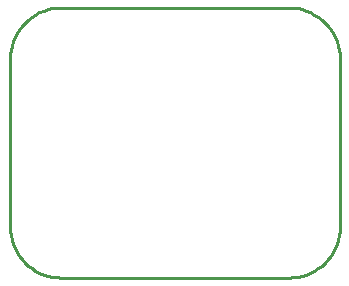
<source format=gbr>
G04 EAGLE Gerber RS-274X export*
G75*
%MOMM*%
%FSLAX34Y34*%
%LPD*%
%IN*%
%IPPOS*%
%AMOC8*
5,1,8,0,0,1.08239X$1,22.5*%
G01*
%ADD10C,0.254000*%


D10*
X177800Y183060D02*
X177965Y179281D01*
X178459Y175531D01*
X179277Y171838D01*
X180415Y168230D01*
X181863Y164736D01*
X183609Y161380D01*
X185642Y158190D01*
X187944Y155189D01*
X190500Y152400D01*
X193289Y149844D01*
X196290Y147542D01*
X199480Y145509D01*
X202836Y143763D01*
X206330Y142315D01*
X209938Y141177D01*
X213631Y140359D01*
X217381Y139865D01*
X221160Y139700D01*
X413840Y139700D01*
X417619Y139865D01*
X421369Y140359D01*
X425062Y141177D01*
X428670Y142315D01*
X432164Y143763D01*
X435520Y145509D01*
X438710Y147542D01*
X441711Y149844D01*
X444500Y152400D01*
X447056Y155189D01*
X449358Y158190D01*
X451391Y161380D01*
X453137Y164736D01*
X454585Y168230D01*
X455723Y171838D01*
X456541Y175531D01*
X457035Y179281D01*
X457200Y183060D01*
X457200Y324940D01*
X457035Y328719D01*
X456541Y332469D01*
X455723Y336162D01*
X454585Y339770D01*
X453137Y343264D01*
X451391Y346620D01*
X449358Y349810D01*
X447056Y352811D01*
X444500Y355600D01*
X441711Y358156D01*
X438710Y360458D01*
X435520Y362491D01*
X432164Y364237D01*
X428670Y365685D01*
X425062Y366823D01*
X421369Y367641D01*
X417619Y368135D01*
X413840Y368300D01*
X221160Y368300D01*
X217381Y368135D01*
X213631Y367641D01*
X209938Y366823D01*
X206330Y365685D01*
X202836Y364237D01*
X199480Y362491D01*
X196290Y360458D01*
X193289Y358156D01*
X190500Y355600D01*
X187944Y352811D01*
X185642Y349810D01*
X183609Y346620D01*
X181863Y343264D01*
X180415Y339770D01*
X179277Y336162D01*
X178459Y332469D01*
X177965Y328719D01*
X177800Y324940D01*
X177800Y183060D01*
M02*

</source>
